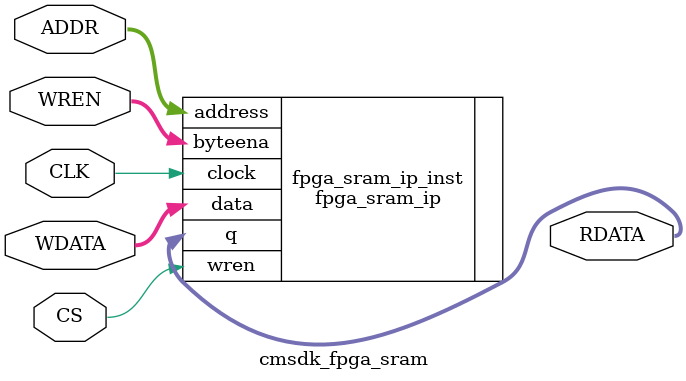
<source format=v>
module cmsdk_fpga_sram #(
// --------------------------------------------------------------------------
// Parameters
// --------------------------------------------------------------------------
  parameter AW = 14
 )
 (
  // Inputs
  input  wire          CLK,
  input  wire [AW-1:0] ADDR,
  input  wire [31:0]   WDATA,
  input  wire [3:0]    WREN,
  input  wire          CS,

  // Outputs
  output wire [31:0]   RDATA
  );

// -----------------------------------------------------------------------------
// Constant Declarations
// -----------------------------------------------------------------------------
/*
localparam AWT = ((1<<(AW-0))-1);

// Memory Array
reg     [31:0]  BRAM [AWT:0];
reg[4:0] n;

initial begin
  //$readmemh("F:/09-file/FPGA/ALTERA/SOC/M3_SOC/Smart_camera/v2.0/software/image.hex",BRAM);
  //$readmemh("image.hex",BRAM); 
end

// Internal signals
reg     [AW-1:0]  addr_q1;
wire    [3:0]     write_enable;
reg               cs_reg;
wire    [31:0]    read_data;

assign write_enable[3:0] = WREN[3:0] & {4{CS}};

always @ (posedge CLK)
begin
cs_reg <= CS;
end

// Infer Block RAM - syntax is very specific.
always@(posedge CLK) begin
if(write_enable[0]) BRAM[ADDR][7:0] <= WDATA[7:0];
BRAM[0][7:0] <= 8'hff;
end
always@(posedge CLK) begin
if(write_enable[1]) BRAM[ADDR][15:8] <= WDATA[15:8];
end
always@(posedge CLK) begin
if(write_enable[2]) BRAM[ADDR][23:16] <= WDATA[23:16];
end
always@(posedge CLK) begin
if(write_enable[3]) BRAM[ADDR][31:24] <= WDATA[31:24];
end

always @ (posedge CLK)begin
  addr_q1 <= ADDR[AW-1:0];
end

assign read_data  = BRAM[addr_q1];
assign RDATA      = (cs_reg) ? read_data : {32{1'b0}};*/

fpga_sram_ip	fpga_sram_ip_inst (
	.address ( ADDR   ),
	.byteena ( WREN   ),
	.clock   ( CLK    ),
	.data    ( WDATA  ),
	.wren    ( CS     ),
	.q       ( RDATA  )
);
endmodule

</source>
